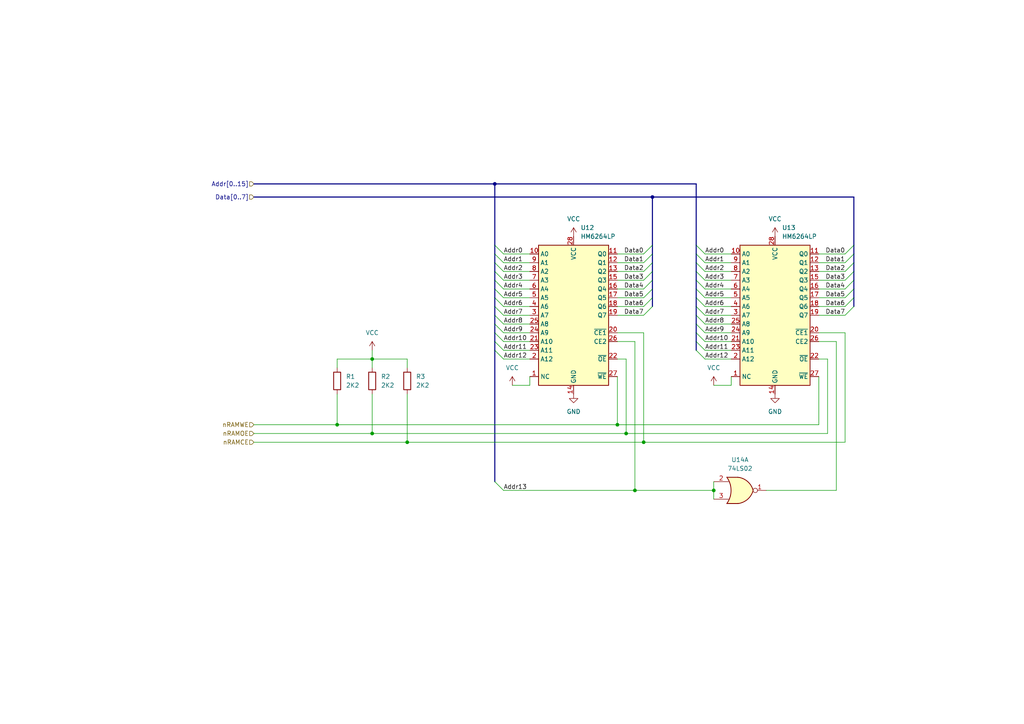
<source format=kicad_sch>
(kicad_sch (version 20211123) (generator eeschema)
  (paper "A4")
  (lib_symbols
    (symbol "74xx:74LS02" (pin_names (offset 1.016))
      (property "Reference" "U" (at 0 1.27 0))
      (property "Value" "74LS02" (at 0 -1.27 0))
      (symbol "74LS02_1_1"
        (arc (start -3.81 -3.81) (mid -2.589 0) (end -3.81 3.81) (stroke (width 0.254)))
        (arc (start -0.6096 -3.81) (mid 2.1842 -2.5851) (end 3.81 0) (stroke (width 0.254)) (fill (type background)))
        (polyline (pts (xy -3.81 -3.81) (xy -0.635 -3.81)) (stroke (width 0.254)) (fill (type background)))
        (polyline (pts (xy -3.81 3.81) (xy -0.635 3.81)) (stroke (width 0.254)) (fill (type background)))
        (polyline (pts (xy -0.635 3.81) (xy -3.81 3.81) (xy -3.81 3.81) (xy -3.556 3.4036) (xy -3.0226 2.2606) (xy -2.6924 1.0414) (xy -2.6162 -0.254) (xy -2.7686 -1.4986) (xy -3.175 -2.7178) (xy -3.81 -3.81) (xy -3.81 -3.81) (xy -0.635 -3.81)) (stroke (width -25.4)) (fill (type background)))
        (arc (start 3.81 0) (mid 2.1915 2.5936) (end -0.6096 3.81) (stroke (width 0.254)) (fill (type background)))
        (pin output inverted (at 7.62 0 180) (length 3.81) (name "~") (number "1"))
        (pin input line (at -7.62 2.54 0) (length 4.318) (name "~") (number "2"))
        (pin input line (at -7.62 -2.54 0) (length 4.318) (name "~") (number "3"))
      )
      (symbol "74LS02_1_2"
        (arc (start 0 -3.81) (mid 3.81 0) (end 0 3.81) (stroke (width 0.254)) (fill (type background)))
        (polyline (pts (xy 0 3.81) (xy -3.81 3.81) (xy -3.81 -3.81) (xy 0 -3.81)) (stroke (width 0.254)) (fill (type background)))
        (pin output line (at 7.62 0 180) (length 3.81) (name "~") (number "1"))
        (pin input inverted (at -7.62 2.54 0) (length 3.81) (name "~") (number "2"))
        (pin input inverted (at -7.62 -2.54 0) (length 3.81) (name "~") (number "3"))
      )
      (symbol "74LS02_2_1"
        (arc (start -3.81 -3.81) (mid -2.589 0) (end -3.81 3.81) (stroke (width 0.254)))
        (arc (start -0.6096 -3.81) (mid 2.1842 -2.5851) (end 3.81 0) (stroke (width 0.254)) (fill (type background)))
        (polyline (pts (xy -3.81 -3.81) (xy -0.635 -3.81)) (stroke (width 0.254)) (fill (type background)))
        (polyline (pts (xy -3.81 3.81) (xy -0.635 3.81)) (stroke (width 0.254)) (fill (type background)))
        (polyline (pts (xy -0.635 3.81) (xy -3.81 3.81) (xy -3.81 3.81) (xy -3.556 3.4036) (xy -3.0226 2.2606) (xy -2.6924 1.0414) (xy -2.6162 -0.254) (xy -2.7686 -1.4986) (xy -3.175 -2.7178) (xy -3.81 -3.81) (xy -3.81 -3.81) (xy -0.635 -3.81)) (stroke (width -25.4)) (fill (type background)))
        (arc (start 3.81 0) (mid 2.1915 2.5936) (end -0.6096 3.81) (stroke (width 0.254)) (fill (type background)))
        (pin output inverted (at 7.62 0 180) (length 3.81) (name "~") (number "4"))
        (pin input line (at -7.62 2.54 0) (length 4.318) (name "~") (number "5"))
        (pin input line (at -7.62 -2.54 0) (length 4.318) (name "~") (number "6"))
      )
      (symbol "74LS02_2_2"
        (arc (start 0 -3.81) (mid 3.81 0) (end 0 3.81) (stroke (width 0.254)) (fill (type background)))
        (polyline (pts (xy 0 3.81) (xy -3.81 3.81) (xy -3.81 -3.81) (xy 0 -3.81)) (stroke (width 0.254)) (fill (type background)))
        (pin output line (at 7.62 0 180) (length 3.81) (name "~") (number "4"))
        (pin input inverted (at -7.62 2.54 0) (length 3.81) (name "~") (number "5"))
        (pin input inverted (at -7.62 -2.54 0) (length 3.81) (name "~") (number "6"))
      )
      (symbol "74LS02_3_1"
        (arc (start -3.81 -3.81) (mid -2.589 0) (end -3.81 3.81) (stroke (width 0.254)))
        (arc (start -0.6096 -3.81) (mid 2.1842 -2.5851) (end 3.81 0) (stroke (width 0.254)) (fill (type background)))
        (polyline (pts (xy -3.81 -3.81) (xy -0.635 -3.81)) (stroke (width 0.254)) (fill (type background)))
        (polyline (pts (xy -3.81 3.81) (xy -0.635 3.81)) (stroke (width 0.254)) (fill (type background)))
        (polyline (pts (xy -0.635 3.81) (xy -3.81 3.81) (xy -3.81 3.81) (xy -3.556 3.4036) (xy -3.0226 2.2606) (xy -2.6924 1.0414) (xy -2.6162 -0.254) (xy -2.7686 -1.4986) (xy -3.175 -2.7178) (xy -3.81 -3.81) (xy -3.81 -3.81) (xy -0.635 -3.81)) (stroke (width -25.4)) (fill (type background)))
        (arc (start 3.81 0) (mid 2.1915 2.5936) (end -0.6096 3.81) (stroke (width 0.254)) (fill (type background)))
        (pin output inverted (at 7.62 0 180) (length 3.81) (name "~") (number "10"))
        (pin input line (at -7.62 2.54 0) (length 4.318) (name "~") (number "8"))
        (pin input line (at -7.62 -2.54 0) (length 4.318) (name "~") (number "9"))
      )
      (symbol "74LS02_3_2"
        (arc (start 0 -3.81) (mid 3.81 0) (end 0 3.81) (stroke (width 0.254)) (fill (type background)))
        (polyline (pts (xy 0 3.81) (xy -3.81 3.81) (xy -3.81 -3.81) (xy 0 -3.81)) (stroke (width 0.254)) (fill (type background)))
        (pin output line (at 7.62 0 180) (length 3.81) (name "~") (number "10"))
        (pin input inverted (at -7.62 2.54 0) (length 3.81) (name "~") (number "8"))
        (pin input inverted (at -7.62 -2.54 0) (length 3.81) (name "~") (number "9"))
      )
      (symbol "74LS02_4_1"
        (arc (start -3.81 -3.81) (mid -2.589 0) (end -3.81 3.81) (stroke (width 0.254)))
        (arc (start -0.6096 -3.81) (mid 2.1842 -2.5851) (end 3.81 0) (stroke (width 0.254)) (fill (type background)))
        (polyline (pts (xy -3.81 -3.81) (xy -0.635 -3.81)) (stroke (width 0.254)) (fill (type background)))
        (polyline (pts (xy -3.81 3.81) (xy -0.635 3.81)) (stroke (width 0.254)) (fill (type background)))
        (polyline (pts (xy -0.635 3.81) (xy -3.81 3.81) (xy -3.81 3.81) (xy -3.556 3.4036) (xy -3.0226 2.2606) (xy -2.6924 1.0414) (xy -2.6162 -0.254) (xy -2.7686 -1.4986) (xy -3.175 -2.7178) (xy -3.81 -3.81) (xy -3.81 -3.81) (xy -0.635 -3.81)) (stroke (width -25.4)) (fill (type background)))
        (arc (start 3.81 0) (mid 2.1915 2.5936) (end -0.6096 3.81) (stroke (width 0.254)) (fill (type background)))
        (pin input line (at -7.62 2.54 0) (length 4.318) (name "~") (number "11"))
        (pin input line (at -7.62 -2.54 0) (length 4.318) (name "~") (number "12"))
        (pin output inverted (at 7.62 0 180) (length 3.81) (name "~") (number "13"))
      )
      (symbol "74LS02_4_2"
        (arc (start 0 -3.81) (mid 3.81 0) (end 0 3.81) (stroke (width 0.254)) (fill (type background)))
        (polyline (pts (xy 0 3.81) (xy -3.81 3.81) (xy -3.81 -3.81) (xy 0 -3.81)) (stroke (width 0.254)) (fill (type background)))
        (pin input inverted (at -7.62 2.54 0) (length 3.81) (name "~") (number "11"))
        (pin input inverted (at -7.62 -2.54 0) (length 3.81) (name "~") (number "12"))
        (pin output line (at 7.62 0 180) (length 3.81) (name "~") (number "13"))
      )
      (symbol "74LS02_5_0"
        (pin power_in line (at 0 12.7 270) (length 5.08) (name "VCC") (number "14"))
        (pin power_in line (at 0 -12.7 90) (length 5.08) (name "GND") (number "7"))
      )
      (symbol "74LS02_5_1"
        (rectangle (start -5.08 7.62) (end 5.08 -7.62) (stroke (width 0.254)) (fill (type background)))
      )
    )
    (symbol "Device:R" (pin_numbers hide) (pin_names (offset 0))
      (property "Reference" "R" (at 2.032 0 90))
      (property "Value" "R" (at 0 0 90))
      (symbol "R_0_1"
        (rectangle (start -1.016 -2.54) (end 1.016 2.54) (stroke (width 0.254)))
      )
      (symbol "R_1_1"
        (pin passive line (at 0 3.81 270) (length 1.27) (name "~") (number "1"))
        (pin passive line (at 0 -3.81 90) (length 1.27) (name "~") (number "2"))
      )
    )
    (symbol "HM6264LP_1"
      (property "Reference" "U" (at -10.16 20.955 0))
      (property "Value" "HM6264LP_1" (at 2.54 20.955 0))
      (symbol "HM6264LP_1_0_0"
        (pin power_in line (at 0 -22.86 90) (length 2.54) (name "GND") (number "14"))
        (pin power_in line (at 0 22.86 270) (length 2.54) (name "VCC") (number "28"))
      )
      (symbol "HM6264LP_1_0_1"
        (rectangle (start -10.16 20.32) (end 10.16 -20.32) (stroke (width 0.254)) (fill (type background)))
      )
      (symbol "HM6264LP_1_1_1"
        (pin input line (at -12.7 -17.78 0) (length 2.54) (name "NC") (number "1"))
        (pin input line (at -12.7 17.78 0) (length 2.54) (name "A0") (number "10"))
        (pin tri_state line (at 12.7 17.78 180) (length 2.54) (name "Q0") (number "11"))
        (pin tri_state line (at 12.7 15.24 180) (length 2.54) (name "Q1") (number "12"))
        (pin tri_state line (at 12.7 12.7 180) (length 2.54) (name "Q2") (number "13"))
        (pin tri_state line (at 12.7 10.16 180) (length 2.54) (name "Q3") (number "15"))
        (pin tri_state line (at 12.7 7.62 180) (length 2.54) (name "Q4") (number "16"))
        (pin tri_state line (at 12.7 5.08 180) (length 2.54) (name "Q5") (number "17"))
        (pin tri_state line (at 12.7 2.54 180) (length 2.54) (name "Q6") (number "18"))
        (pin tri_state line (at 12.7 0 180) (length 2.54) (name "Q7") (number "19"))
        (pin input line (at -12.7 -12.7 0) (length 2.54) (name "A12") (number "2"))
        (pin input line (at 12.7 -5.08 180) (length 2.54) (name "~{CE1}") (number "20"))
        (pin input line (at -12.7 -7.62 0) (length 2.54) (name "A10") (number "21"))
        (pin input line (at 12.7 -12.7 180) (length 2.54) (name "~{OE}") (number "22"))
        (pin input line (at -12.7 -10.16 0) (length 2.54) (name "A11") (number "23"))
        (pin input line (at -12.7 -5.08 0) (length 2.54) (name "A9") (number "24"))
        (pin input line (at -12.7 -2.54 0) (length 2.54) (name "A8") (number "25"))
        (pin input line (at 12.7 -7.62 180) (length 2.54) (name "CE2") (number "26"))
        (pin input line (at 12.7 -17.78 180) (length 2.54) (name "~{WE}") (number "27"))
        (pin input line (at -12.7 0 0) (length 2.54) (name "A7") (number "3"))
        (pin input line (at -12.7 2.54 0) (length 2.54) (name "A6") (number "4"))
        (pin input line (at -12.7 5.08 0) (length 2.54) (name "A5") (number "5"))
        (pin input line (at -12.7 7.62 0) (length 2.54) (name "A4") (number "6"))
        (pin input line (at -12.7 10.16 0) (length 2.54) (name "A3") (number "7"))
        (pin input line (at -12.7 12.7 0) (length 2.54) (name "A2") (number "8"))
        (pin input line (at -12.7 15.24 0) (length 2.54) (name "A1") (number "9"))
      )
    )
    (symbol "custom_symbols:HM6264LP"
      (property "Reference" "U" (at -10.16 20.955 0))
      (property "Value" "HM6264LP" (at 2.54 20.955 0))
      (symbol "HM6264LP_0_0"
        (pin power_in line (at 0 -22.86 90) (length 2.54) (name "GND") (number "14"))
        (pin power_in line (at 0 22.86 270) (length 2.54) (name "VCC") (number "28"))
      )
      (symbol "HM6264LP_0_1"
        (rectangle (start -10.16 20.32) (end 10.16 -20.32) (stroke (width 0.254)) (fill (type background)))
      )
      (symbol "HM6264LP_1_1"
        (pin input line (at -12.7 -17.78 0) (length 2.54) (name "NC") (number "1"))
        (pin input line (at -12.7 17.78 0) (length 2.54) (name "A0") (number "10"))
        (pin tri_state line (at 12.7 17.78 180) (length 2.54) (name "Q0") (number "11"))
        (pin tri_state line (at 12.7 15.24 180) (length 2.54) (name "Q1") (number "12"))
        (pin tri_state line (at 12.7 12.7 180) (length 2.54) (name "Q2") (number "13"))
        (pin tri_state line (at 12.7 10.16 180) (length 2.54) (name "Q3") (number "15"))
        (pin tri_state line (at 12.7 7.62 180) (length 2.54) (name "Q4") (number "16"))
        (pin tri_state line (at 12.7 5.08 180) (length 2.54) (name "Q5") (number "17"))
        (pin tri_state line (at 12.7 2.54 180) (length 2.54) (name "Q6") (number "18"))
        (pin tri_state line (at 12.7 0 180) (length 2.54) (name "Q7") (number "19"))
        (pin input line (at -12.7 -12.7 0) (length 2.54) (name "A12") (number "2"))
        (pin input line (at 12.7 -5.08 180) (length 2.54) (name "~{CE1}") (number "20"))
        (pin input line (at -12.7 -7.62 0) (length 2.54) (name "A10") (number "21"))
        (pin input line (at 12.7 -12.7 180) (length 2.54) (name "~{OE}") (number "22"))
        (pin input line (at -12.7 -10.16 0) (length 2.54) (name "A11") (number "23"))
        (pin input line (at -12.7 -5.08 0) (length 2.54) (name "A9") (number "24"))
        (pin input line (at -12.7 -2.54 0) (length 2.54) (name "A8") (number "25"))
        (pin input line (at 12.7 -7.62 180) (length 2.54) (name "CE2") (number "26"))
        (pin input line (at 12.7 -17.78 180) (length 2.54) (name "~{WE}") (number "27"))
        (pin input line (at -12.7 0 0) (length 2.54) (name "A7") (number "3"))
        (pin input line (at -12.7 2.54 0) (length 2.54) (name "A6") (number "4"))
        (pin input line (at -12.7 5.08 0) (length 2.54) (name "A5") (number "5"))
        (pin input line (at -12.7 7.62 0) (length 2.54) (name "A4") (number "6"))
        (pin input line (at -12.7 10.16 0) (length 2.54) (name "A3") (number "7"))
        (pin input line (at -12.7 12.7 0) (length 2.54) (name "A2") (number "8"))
        (pin input line (at -12.7 15.24 0) (length 2.54) (name "A1") (number "9"))
      )
    )
    (symbol "power:GND" (power) (pin_names (offset 0))
      (property "Value" "GND" (at 0 -3.81 0))
      (symbol "GND_0_1"
        (polyline (pts (xy 0 0) (xy 0 -1.27) (xy 1.27 -1.27) (xy 0 -2.54) (xy -1.27 -1.27) (xy 0 -1.27)))
      )
      (symbol "GND_1_1"
        (pin power_in line (at 0 0 270) (length 0) hide (name "GND") (number "1"))
      )
    )
    (symbol "power:VCC" (power) (pin_names (offset 0))
      (property "Value" "VCC" (at 0 3.81 0))
      (symbol "VCC_0_1"
        (polyline (pts (xy -0.762 1.27) (xy 0 2.54)))
        (polyline (pts (xy 0 0) (xy 0 2.54)))
        (polyline (pts (xy 0 2.54) (xy 0.762 1.27)))
      )
      (symbol "VCC_1_1"
        (pin power_in line (at 0 0 90) (length 0) hide (name "VCC") (number "1"))
      )
    )
  )
  (junction (at 107.95 125.73))
  (junction (at 143.51 53.34))
  (junction (at 97.79 123.19))
  (junction (at 207.01 142.24))
  (junction (at 107.95 104.14))
  (junction (at 186.69 128.27))
  (junction (at 189.23 57.15))
  (junction (at 184.15 142.24))
  (junction (at 118.11 128.27))
  (junction (at 179.07 123.19))
  (junction (at 181.61 125.73))
  (bus_entry (at 143.51 83.82) (size 2.54 2.54))
  (bus_entry (at 189.23 83.82) (size -2.54 2.54))
  (bus_entry (at 189.23 78.74) (size -2.54 2.54))
  (bus_entry (at 201.93 86.36) (size 2.54 2.54))
  (bus_entry (at 143.51 88.9) (size 2.54 2.54))
  (bus_entry (at 201.93 91.44) (size 2.54 2.54))
  (bus_entry (at 201.93 93.98) (size 2.54 2.54))
  (bus_entry (at 201.93 78.74) (size 2.54 2.54))
  (bus_entry (at 247.65 86.36) (size -2.54 2.54))
  (bus_entry (at 201.93 81.28) (size 2.54 2.54))
  (bus_entry (at 189.23 73.66) (size -2.54 2.54))
  (bus_entry (at 143.51 93.98) (size 2.54 2.54))
  (bus_entry (at 143.51 91.44) (size 2.54 2.54))
  (bus_entry (at 143.51 96.52) (size 2.54 2.54))
  (bus_entry (at 247.65 81.28) (size -2.54 2.54))
  (bus_entry (at 143.51 78.74) (size 2.54 2.54))
  (bus_entry (at 143.51 73.66) (size 2.54 2.54))
  (bus_entry (at 189.23 88.9) (size -2.54 2.54))
  (bus_entry (at 189.23 86.36) (size -2.54 2.54))
  (bus_entry (at 143.51 99.06) (size 2.54 2.54))
  (bus_entry (at 189.23 71.12) (size -2.54 2.54))
  (bus_entry (at 201.93 96.52) (size 2.54 2.54))
  (bus_entry (at 201.93 76.2) (size 2.54 2.54))
  (bus_entry (at 201.93 101.6) (size 2.54 2.54))
  (bus_entry (at 189.23 76.2) (size -2.54 2.54))
  (bus_entry (at 143.51 71.12) (size 2.54 2.54))
  (bus_entry (at 247.65 88.9) (size -2.54 2.54))
  (bus_entry (at 201.93 99.06) (size 2.54 2.54))
  (bus_entry (at 201.93 71.12) (size 2.54 2.54))
  (bus_entry (at 201.93 83.82) (size 2.54 2.54))
  (bus_entry (at 201.93 73.66) (size 2.54 2.54))
  (bus_entry (at 143.51 139.7) (size 2.54 2.54))
  (bus_entry (at 201.93 88.9) (size 2.54 2.54))
  (bus_entry (at 143.51 76.2) (size 2.54 2.54))
  (bus_entry (at 143.51 81.28) (size 2.54 2.54))
  (bus_entry (at 247.65 78.74) (size -2.54 2.54))
  (bus_entry (at 247.65 76.2) (size -2.54 2.54))
  (bus_entry (at 189.23 81.28) (size -2.54 2.54))
  (bus_entry (at 247.65 71.12) (size -2.54 2.54))
  (bus_entry (at 143.51 86.36) (size 2.54 2.54))
  (bus_entry (at 247.65 73.66) (size -2.54 2.54))
  (bus_entry (at 247.65 83.82) (size -2.54 2.54))
  (bus_entry (at 143.51 101.6) (size 2.54 2.54))
  (bus (pts (xy 189.23 71.12) (xy 189.23 73.66)))
  (bus (pts (xy 201.93 99.06) (xy 201.93 101.6)))
  (wire (pts (xy 146.05 86.36) (xy 153.67 86.36)))
  (wire (pts (xy 146.05 93.98) (xy 153.67 93.98)))
  (bus (pts (xy 143.51 71.12) (xy 143.51 73.66)))
  (bus (pts (xy 143.51 76.2) (xy 143.51 78.74)))
  (wire (pts (xy 73.66 123.19) (xy 97.79 123.19)))
  (wire (pts (xy 240.03 104.14) (xy 240.03 125.73)))
  (bus (pts (xy 201.93 73.66) (xy 201.93 76.2)))
  (wire (pts (xy 146.05 83.82) (xy 153.67 83.82)))
  (bus (pts (xy 189.23 78.74) (xy 189.23 81.28)))
  (wire (pts (xy 118.11 104.14) (xy 118.11 106.68)))
  (wire (pts (xy 97.79 106.68) (xy 97.79 104.14)))
  (bus (pts (xy 201.93 53.34) (xy 201.93 71.12)))
  (bus (pts (xy 247.65 73.66) (xy 247.65 76.2)))
  (bus (pts (xy 247.65 57.15) (xy 247.65 71.12)))
  (bus (pts (xy 247.65 86.36) (xy 247.65 88.9)))
  (wire (pts (xy 204.47 99.06) (xy 212.09 99.06)))
  (wire (pts (xy 204.47 93.98) (xy 212.09 93.98)))
  (wire (pts (xy 179.07 96.52) (xy 186.69 96.52)))
  (wire (pts (xy 204.47 96.52) (xy 212.09 96.52)))
  (wire (pts (xy 107.95 101.6) (xy 107.95 104.14)))
  (bus (pts (xy 189.23 83.82) (xy 189.23 86.36)))
  (wire (pts (xy 204.47 104.14) (xy 212.09 104.14)))
  (wire (pts (xy 204.47 91.44) (xy 212.09 91.44)))
  (wire (pts (xy 245.11 81.28) (xy 237.49 81.28)))
  (bus (pts (xy 143.51 93.98) (xy 143.51 96.52)))
  (wire (pts (xy 245.11 86.36) (xy 237.49 86.36)))
  (wire (pts (xy 146.05 78.74) (xy 153.67 78.74)))
  (wire (pts (xy 204.47 76.2) (xy 212.09 76.2)))
  (wire (pts (xy 186.69 128.27) (xy 245.11 128.27)))
  (wire (pts (xy 245.11 91.44) (xy 237.49 91.44)))
  (bus (pts (xy 247.65 71.12) (xy 247.65 73.66)))
  (wire (pts (xy 204.47 81.28) (xy 212.09 81.28)))
  (wire (pts (xy 97.79 123.19) (xy 179.07 123.19)))
  (bus (pts (xy 247.65 81.28) (xy 247.65 83.82)))
  (bus (pts (xy 143.51 53.34) (xy 201.93 53.34)))
  (wire (pts (xy 186.69 91.44) (xy 179.07 91.44)))
  (wire (pts (xy 245.11 96.52) (xy 245.11 128.27)))
  (wire (pts (xy 107.95 125.73) (xy 181.61 125.73)))
  (wire (pts (xy 207.01 111.76) (xy 212.09 111.76)))
  (bus (pts (xy 143.51 91.44) (xy 143.51 93.98)))
  (bus (pts (xy 73.66 57.15) (xy 189.23 57.15)))
  (wire (pts (xy 107.95 104.14) (xy 107.95 106.68)))
  (wire (pts (xy 237.49 109.22) (xy 237.49 123.19)))
  (wire (pts (xy 97.79 104.14) (xy 107.95 104.14)))
  (wire (pts (xy 245.11 73.66) (xy 237.49 73.66)))
  (wire (pts (xy 204.47 78.74) (xy 212.09 78.74)))
  (wire (pts (xy 118.11 128.27) (xy 186.69 128.27)))
  (bus (pts (xy 189.23 73.66) (xy 189.23 76.2)))
  (wire (pts (xy 146.05 76.2) (xy 153.67 76.2)))
  (bus (pts (xy 201.93 96.52) (xy 201.93 99.06)))
  (bus (pts (xy 143.51 53.34) (xy 143.51 71.12)))
  (bus (pts (xy 201.93 71.12) (xy 201.93 73.66)))
  (wire (pts (xy 245.11 88.9) (xy 237.49 88.9)))
  (wire (pts (xy 204.47 88.9) (xy 212.09 88.9)))
  (wire (pts (xy 186.69 76.2) (xy 179.07 76.2)))
  (wire (pts (xy 245.11 76.2) (xy 237.49 76.2)))
  (wire (pts (xy 186.69 86.36) (xy 179.07 86.36)))
  (bus (pts (xy 247.65 76.2) (xy 247.65 78.74)))
  (wire (pts (xy 146.05 104.14) (xy 153.67 104.14)))
  (bus (pts (xy 189.23 57.15) (xy 189.23 71.12)))
  (bus (pts (xy 201.93 86.36) (xy 201.93 88.9)))
  (wire (pts (xy 179.07 99.06) (xy 184.15 99.06)))
  (wire (pts (xy 242.57 142.24) (xy 222.25 142.24)))
  (bus (pts (xy 201.93 83.82) (xy 201.93 86.36)))
  (bus (pts (xy 143.51 88.9) (xy 143.51 91.44)))
  (bus (pts (xy 201.93 76.2) (xy 201.93 78.74)))
  (wire (pts (xy 146.05 91.44) (xy 153.67 91.44)))
  (wire (pts (xy 97.79 114.3) (xy 97.79 123.19)))
  (wire (pts (xy 207.01 139.7) (xy 207.01 142.24)))
  (wire (pts (xy 146.05 101.6) (xy 153.67 101.6)))
  (bus (pts (xy 143.51 73.66) (xy 143.51 76.2)))
  (wire (pts (xy 186.69 81.28) (xy 179.07 81.28)))
  (wire (pts (xy 107.95 104.14) (xy 118.11 104.14)))
  (wire (pts (xy 73.66 125.73) (xy 107.95 125.73)))
  (bus (pts (xy 189.23 86.36) (xy 189.23 88.9)))
  (wire (pts (xy 146.05 81.28) (xy 153.67 81.28)))
  (wire (pts (xy 186.69 73.66) (xy 179.07 73.66)))
  (bus (pts (xy 247.65 83.82) (xy 247.65 86.36)))
  (wire (pts (xy 204.47 86.36) (xy 212.09 86.36)))
  (wire (pts (xy 181.61 104.14) (xy 181.61 125.73)))
  (bus (pts (xy 189.23 57.15) (xy 247.65 57.15)))
  (bus (pts (xy 201.93 78.74) (xy 201.93 81.28)))
  (wire (pts (xy 212.09 111.76) (xy 212.09 109.22)))
  (wire (pts (xy 184.15 99.06) (xy 184.15 142.24)))
  (wire (pts (xy 118.11 114.3) (xy 118.11 128.27)))
  (wire (pts (xy 107.95 114.3) (xy 107.95 125.73)))
  (bus (pts (xy 201.93 81.28) (xy 201.93 83.82)))
  (bus (pts (xy 189.23 76.2) (xy 189.23 78.74)))
  (bus (pts (xy 189.23 81.28) (xy 189.23 83.82)))
  (bus (pts (xy 143.51 101.6) (xy 143.51 139.7)))
  (wire (pts (xy 204.47 83.82) (xy 212.09 83.82)))
  (bus (pts (xy 247.65 78.74) (xy 247.65 81.28)))
  (bus (pts (xy 201.93 93.98) (xy 201.93 96.52)))
  (wire (pts (xy 242.57 99.06) (xy 242.57 142.24)))
  (wire (pts (xy 237.49 123.19) (xy 179.07 123.19)))
  (wire (pts (xy 146.05 142.24) (xy 184.15 142.24)))
  (bus (pts (xy 143.51 99.06) (xy 143.51 101.6)))
  (wire (pts (xy 179.07 104.14) (xy 181.61 104.14)))
  (wire (pts (xy 186.69 88.9) (xy 179.07 88.9)))
  (bus (pts (xy 143.51 86.36) (xy 143.51 88.9)))
  (wire (pts (xy 146.05 73.66) (xy 153.67 73.66)))
  (wire (pts (xy 204.47 73.66) (xy 212.09 73.66)))
  (wire (pts (xy 179.07 109.22) (xy 179.07 123.19)))
  (wire (pts (xy 186.69 78.74) (xy 179.07 78.74)))
  (wire (pts (xy 204.47 101.6) (xy 212.09 101.6)))
  (wire (pts (xy 73.66 128.27) (xy 118.11 128.27)))
  (bus (pts (xy 73.66 53.34) (xy 143.51 53.34)))
  (wire (pts (xy 146.05 99.06) (xy 153.67 99.06)))
  (wire (pts (xy 153.67 111.76) (xy 153.67 109.22)))
  (wire (pts (xy 146.05 96.52) (xy 153.67 96.52)))
  (wire (pts (xy 148.59 111.76) (xy 153.67 111.76)))
  (bus (pts (xy 143.51 96.52) (xy 143.51 99.06)))
  (bus (pts (xy 201.93 88.9) (xy 201.93 91.44)))
  (bus (pts (xy 201.93 91.44) (xy 201.93 93.98)))
  (bus (pts (xy 143.51 83.82) (xy 143.51 86.36)))
  (wire (pts (xy 237.49 96.52) (xy 245.11 96.52)))
  (wire (pts (xy 181.61 125.73) (xy 240.03 125.73)))
  (wire (pts (xy 186.69 96.52) (xy 186.69 128.27)))
  (wire (pts (xy 186.69 83.82) (xy 179.07 83.82)))
  (wire (pts (xy 146.05 88.9) (xy 153.67 88.9)))
  (wire (pts (xy 245.11 78.74) (xy 237.49 78.74)))
  (wire (pts (xy 184.15 142.24) (xy 207.01 142.24)))
  (wire (pts (xy 237.49 99.06) (xy 242.57 99.06)))
  (wire (pts (xy 207.01 142.24) (xy 207.01 144.78)))
  (wire (pts (xy 237.49 104.14) (xy 240.03 104.14)))
  (bus (pts (xy 143.51 81.28) (xy 143.51 83.82)))
  (wire (pts (xy 245.11 83.82) (xy 237.49 83.82)))
  (bus (pts (xy 143.51 78.74) (xy 143.51 81.28)))
  (label "Addr11" (at 146.05 101.6 0))
  (label "Data2" (at 186.69 78.74 180))
  (label "Data0" (at 245.11 73.66 180))
  (label "Addr7" (at 204.47 91.44 0))
  (label "Data6" (at 245.11 88.9 180))
  (label "Data7" (at 245.11 91.44 180))
  (label "Addr3" (at 204.47 81.28 0))
  (label "Addr12" (at 204.47 104.14 0))
  (label "Addr7" (at 146.05 91.44 0))
  (label "Data2" (at 245.11 78.74 180))
  (label "Addr8" (at 146.05 93.98 0))
  (label "Addr0" (at 146.05 73.66 0))
  (label "Addr10" (at 146.05 99.06 0))
  (label "Data4" (at 245.11 83.82 180))
  (label "Addr9" (at 146.05 96.52 0))
  (label "Addr10" (at 204.47 99.06 0))
  (label "Data1" (at 245.11 76.2 180))
  (label "Addr2" (at 204.47 78.74 0))
  (label "Data7" (at 186.69 91.44 180))
  (label "Data5" (at 245.11 86.36 180))
  (label "Addr6" (at 204.47 88.9 0))
  (label "Data1" (at 186.69 76.2 180))
  (label "Addr5" (at 146.05 86.36 0))
  (label "Addr0" (at 204.47 73.66 0))
  (label "Data0" (at 186.69 73.66 180))
  (label "Addr8" (at 204.47 93.98 0))
  (label "Addr13" (at 146.05 142.24 0))
  (label "Data6" (at 186.69 88.9 180))
  (label "Data4" (at 186.69 83.82 180))
  (label "Addr3" (at 146.05 81.28 0))
  (label "Data3" (at 186.69 81.28 180))
  (label "Addr12" (at 146.05 104.14 0))
  (label "Addr1" (at 204.47 76.2 0))
  (label "Addr4" (at 146.05 83.82 0))
  (label "Addr6" (at 146.05 88.9 0))
  (label "Addr2" (at 146.05 78.74 0))
  (label "Data3" (at 245.11 81.28 180))
  (label "Addr9" (at 204.47 96.52 0))
  (label "Data5" (at 186.69 86.36 180))
  (label "Addr5" (at 204.47 86.36 0))
  (label "Addr11" (at 204.47 101.6 0))
  (label "Addr1" (at 146.05 76.2 0))
  (label "Addr4" (at 204.47 83.82 0))
  (hierarchical_label "nRAMCE" (shape input) (at 73.66 128.27 180))
  (hierarchical_label "Data[0..7]" (shape input) (at 73.66 57.15 180))
  (hierarchical_label "nRAMWE" (shape input) (at 73.66 123.19 180))
  (hierarchical_label "nRAMOE" (shape input) (at 73.66 125.73 180))
  (hierarchical_label "Addr[0..15]" (shape input) (at 73.66 53.34 180))
  (symbol (lib_id "power:VCC") (at 224.79 68.58 0) (unit 1)
    (property "Reference" "#PWR0130" (effects hide))
    (property "Value" "VCC" (at 224.79 63.5 0))
  )
  (symbol (lib_id "custom_symbols:HM6264LP") (at 224.79 91.44 0) (unit 1)
    (property "Reference" "U13" (at 226.8094 66.04 0) (effects (justify left)))
    (property "Value" "HM6264LP" (at 226.8094 68.58 0) (effects (justify left)))
    (property "Footprint" "Package_DIP:DIP-28_W15.24mm_LongPads" (effects hide))
    (property "Datasheet" "https://web.mit.edu/6.115/www/document/6264.pdf" (effects hide))
  )
  (symbol (lib_id "Device:R") (at 97.79 110.49 0) (unit 1)
    (property "Reference" "R1" (at 100.33 109.2199 0) (effects (justify left)))
    (property "Value" "2K2" (at 100.33 111.7599 0) (effects (justify left)))
    (property "Footprint" "custom_footprints:R_Axial_DIN0207_L6.3mm_D2.0mm_P10.16mm_Horizontal" (effects hide))
  )
  (symbol (lib_name "HM6264LP_1") (lib_id "custom_symbols:HM6264LP") (at 166.37 91.44 0) (unit 1)
    (property "Reference" "U12" (at 168.3894 66.04 0) (effects (justify left)))
    (property "Value" "HM6264LP" (at 168.3894 68.58 0) (effects (justify left)))
    (property "Footprint" "Package_DIP:DIP-28_W15.24mm_LongPads" (effects hide))
    (property "Datasheet" "https://web.mit.edu/6.115/www/document/6264.pdf" (effects hide))
  )
  (symbol (lib_id "Device:R") (at 118.11 110.49 0) (unit 1)
    (property "Reference" "R3" (at 120.65 109.2199 0) (effects (justify left)))
    (property "Value" "2K2" (at 120.65 111.7599 0) (effects (justify left)))
    (property "Footprint" "custom_footprints:R_Axial_DIN0207_L6.3mm_D2.0mm_P10.16mm_Horizontal" (effects hide))
  )
  (symbol (lib_id "power:VCC") (at 166.37 68.58 0) (unit 1)
    (property "Reference" "#PWR0128" (effects hide))
    (property "Value" "VCC" (at 166.37 63.5 0))
  )
  (symbol (lib_id "74xx:74LS02") (at 214.63 142.24 0) (unit 1)
    (property "Reference" "U14" (at 214.63 133.35 0))
    (property "Value" "74LS02" (at 214.63 135.89 0))
    (property "Footprint" "Package_DIP:DIP-14_W7.62mm_LongPads" (effects hide))
    (property "Datasheet" "http://www.ti.com/lit/gpn/sn74ls02" (effects hide))
  )
  (symbol (lib_id "power:VCC") (at 148.59 111.76 0) (unit 1)
    (property "Reference" "#PWR0144" (effects hide))
    (property "Value" "VCC" (at 148.59 106.68 0))
  )
  (symbol (lib_id "power:GND") (at 224.79 114.3 0) (unit 1)
    (property "Reference" "#PWR0126" (effects hide))
    (property "Value" "GND" (at 224.79 119.38 0))
  )
  (symbol (lib_id "power:GND") (at 166.37 114.3 0) (unit 1)
    (property "Reference" "#PWR0127" (effects hide))
    (property "Value" "GND" (at 166.37 119.38 0))
  )
  (symbol (lib_id "power:VCC") (at 107.95 101.6 0) (unit 1)
    (property "Reference" "#PWR0129" (effects hide))
    (property "Value" "VCC" (at 107.95 96.52 0))
  )
  (symbol (lib_id "Device:R") (at 107.95 110.49 0) (unit 1)
    (property "Reference" "R2" (at 110.49 109.2199 0) (effects (justify left)))
    (property "Value" "2K2" (at 110.49 111.7599 0) (effects (justify left)))
    (property "Footprint" "custom_footprints:R_Axial_DIN0207_L6.3mm_D2.0mm_P10.16mm_Horizontal" (effects hide))
  )
  (symbol (lib_id "power:VCC") (at 207.01 111.76 0) (unit 1)
    (property "Reference" "#PWR0147" (effects hide))
    (property "Value" "VCC" (at 207.01 106.68 0))
  )
)
</source>
